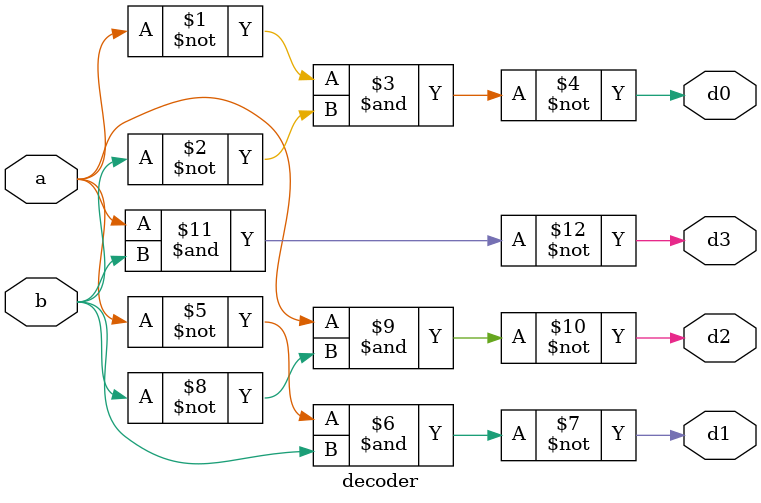
<source format=v>
`timescale 1ns / 1ps

module decoder(
input a,b, 
output d0,d1,d2,d3
);

assign d0 = ~((~a)&(~b));
assign d1 = ~((~a)&b);
assign d2 = ~(a&(~b));
assign d3 = ~(a&b);

endmodule

</source>
